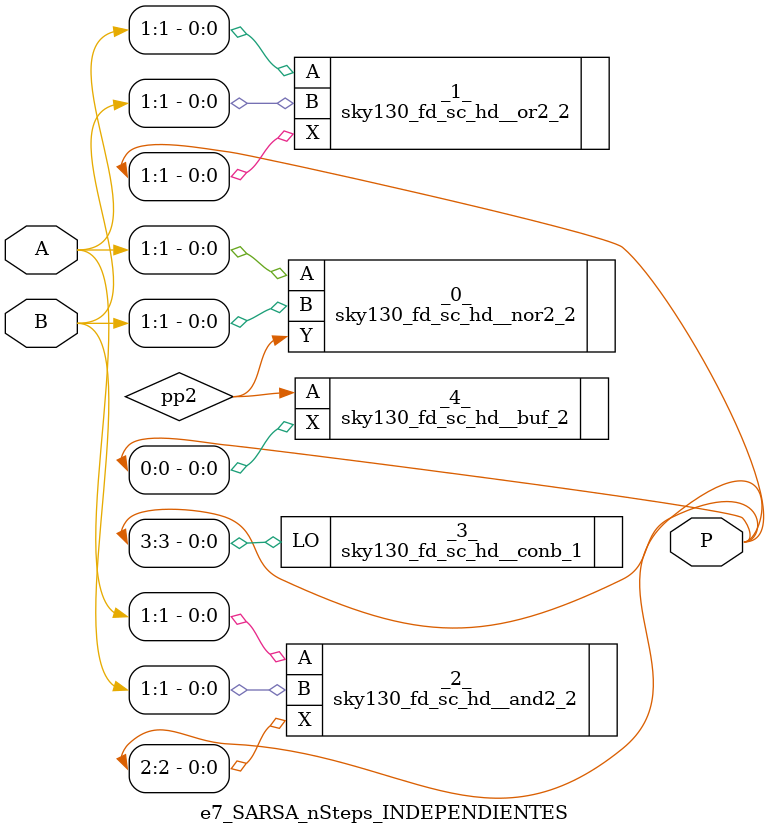
<source format=v>
module e7_SARSA_nSteps_INDEPENDIENTES (A,
    B,
    P);
 input [1:0] A;
 input [1:0] B;
 output [3:0] P;

 wire pp2;

 sky130_fd_sc_hd__nor2_2 _0_ (.A(A[1]),
    .B(B[1]),
    .Y(pp2));
 sky130_fd_sc_hd__or2_2 _1_ (.A(A[1]),
    .B(B[1]),
    .X(P[1]));
 sky130_fd_sc_hd__and2_2 _2_ (.A(A[1]),
    .B(B[1]),
    .X(P[2]));
 sky130_fd_sc_hd__conb_1 _3_ (.LO(P[3]));
 sky130_fd_sc_hd__buf_2 _4_ (.A(pp2),
    .X(P[0]));
endmodule

</source>
